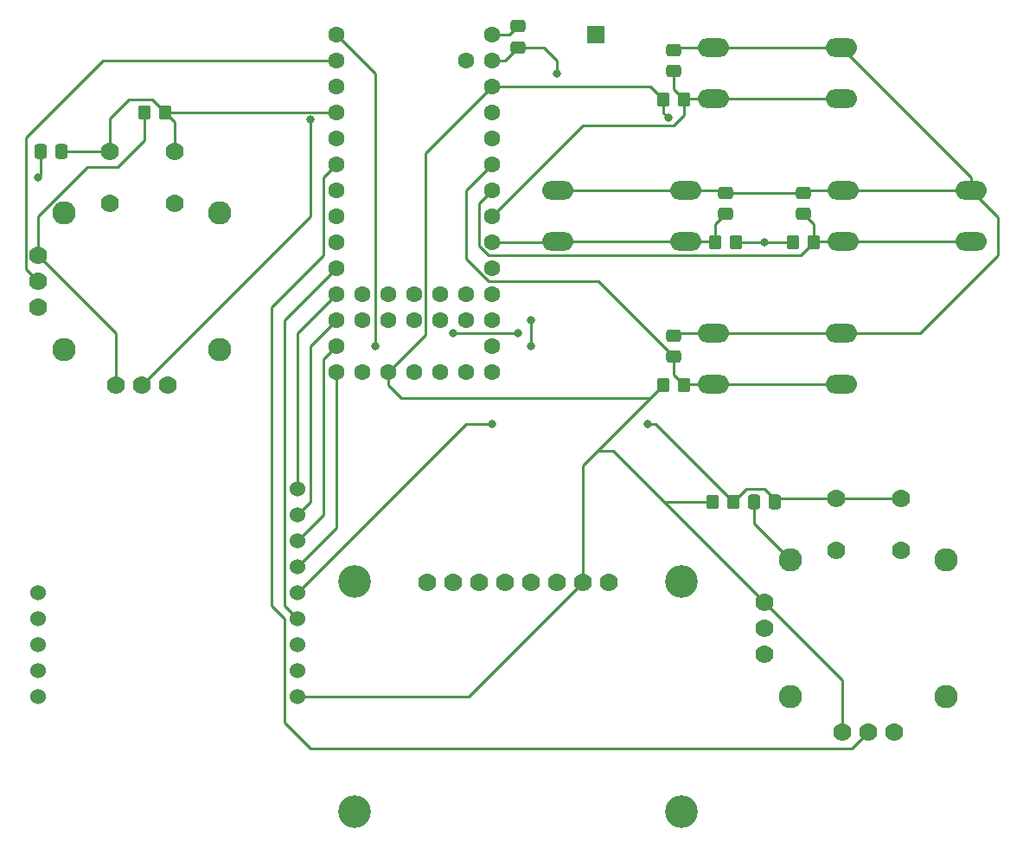
<source format=gbr>
%TF.GenerationSoftware,KiCad,Pcbnew,(6.0.7-1)-1*%
%TF.CreationDate,2023-03-26T15:29:42-04:00*%
%TF.ProjectId,RC_PCB,52435f50-4342-42e6-9b69-6361645f7063,rev?*%
%TF.SameCoordinates,Original*%
%TF.FileFunction,Copper,L1,Top*%
%TF.FilePolarity,Positive*%
%FSLAX46Y46*%
G04 Gerber Fmt 4.6, Leading zero omitted, Abs format (unit mm)*
G04 Created by KiCad (PCBNEW (6.0.7-1)-1) date 2023-03-26 15:29:42*
%MOMM*%
%LPD*%
G01*
G04 APERTURE LIST*
G04 Aperture macros list*
%AMRoundRect*
0 Rectangle with rounded corners*
0 $1 Rounding radius*
0 $2 $3 $4 $5 $6 $7 $8 $9 X,Y pos of 4 corners*
0 Add a 4 corners polygon primitive as box body*
4,1,4,$2,$3,$4,$5,$6,$7,$8,$9,$2,$3,0*
0 Add four circle primitives for the rounded corners*
1,1,$1+$1,$2,$3*
1,1,$1+$1,$4,$5*
1,1,$1+$1,$6,$7*
1,1,$1+$1,$8,$9*
0 Add four rect primitives between the rounded corners*
20,1,$1+$1,$2,$3,$4,$5,0*
20,1,$1+$1,$4,$5,$6,$7,0*
20,1,$1+$1,$6,$7,$8,$9,0*
20,1,$1+$1,$8,$9,$2,$3,0*%
G04 Aperture macros list end*
%TA.AperFunction,ComponentPad*%
%ADD10C,1.778000*%
%TD*%
%TA.AperFunction,ComponentPad*%
%ADD11C,3.200000*%
%TD*%
%TA.AperFunction,SMDPad,CuDef*%
%ADD12RoundRect,0.250000X0.475000X-0.337500X0.475000X0.337500X-0.475000X0.337500X-0.475000X-0.337500X0*%
%TD*%
%TA.AperFunction,SMDPad,CuDef*%
%ADD13RoundRect,0.250000X0.337500X0.475000X-0.337500X0.475000X-0.337500X-0.475000X0.337500X-0.475000X0*%
%TD*%
%TA.AperFunction,SMDPad,CuDef*%
%ADD14RoundRect,0.250000X-0.350000X-0.450000X0.350000X-0.450000X0.350000X0.450000X-0.350000X0.450000X0*%
%TD*%
%TA.AperFunction,ComponentPad*%
%ADD15R,1.700000X1.700000*%
%TD*%
%TA.AperFunction,ComponentPad*%
%ADD16O,3.048000X1.850000*%
%TD*%
%TA.AperFunction,SMDPad,CuDef*%
%ADD17RoundRect,0.250000X-0.475000X0.337500X-0.475000X-0.337500X0.475000X-0.337500X0.475000X0.337500X0*%
%TD*%
%TA.AperFunction,ComponentPad*%
%ADD18C,2.286000*%
%TD*%
%TA.AperFunction,SMDPad,CuDef*%
%ADD19RoundRect,0.250000X0.350000X0.450000X-0.350000X0.450000X-0.350000X-0.450000X0.350000X-0.450000X0*%
%TD*%
%TA.AperFunction,ComponentPad*%
%ADD20C,1.524000*%
%TD*%
%TA.AperFunction,ComponentPad*%
%ADD21C,1.600000*%
%TD*%
%TA.AperFunction,ViaPad*%
%ADD22C,0.800000*%
%TD*%
%TA.AperFunction,Conductor*%
%ADD23C,0.250000*%
%TD*%
G04 APERTURE END LIST*
D10*
%TO.P,U3,1,SDA*%
%TO.N,/OLED_SDA*%
X148590000Y-105660000D03*
%TO.P,U3,2,SCL*%
%TO.N,/OLED_SCL*%
X151130000Y-105660000D03*
%TO.P,U3,3,DC*%
%TO.N,unconnected-(U3-Pad3)*%
X153670000Y-105660000D03*
%TO.P,U3,4,RST*%
%TO.N,unconnected-(U3-Pad4)*%
X156210000Y-105660000D03*
%TO.P,U3,5,CS*%
%TO.N,unconnected-(U3-Pad5)*%
X158750000Y-105660000D03*
%TO.P,U3,6,3.3V*%
%TO.N,unconnected-(U3-Pad6)*%
X161290000Y-105660000D03*
%TO.P,U3,7,VIN*%
%TO.N,+3V3*%
X163830000Y-105660000D03*
%TO.P,U3,8,GND*%
%TO.N,GND*%
X166370000Y-105660000D03*
D11*
%TO.P,U3,P$1*%
%TO.N,N/C*%
X173480000Y-128090000D03*
X173480000Y-105590000D03*
X141480000Y-105590000D03*
X141480000Y-128090000D03*
%TD*%
D12*
%TO.P,C2,1*%
%TO.N,/BTN_LEFT*%
X177800000Y-69617500D03*
%TO.P,C2,2*%
%TO.N,GND*%
X177800000Y-67542500D03*
%TD*%
D13*
%TO.P,C6,1*%
%TO.N,/JOY_LEFT_BTN*%
X112797500Y-63500000D03*
%TO.P,C6,2*%
%TO.N,GND*%
X110722500Y-63500000D03*
%TD*%
D14*
%TO.P,R5,1*%
%TO.N,+3V3*%
X120920000Y-59690000D03*
%TO.P,R5,2*%
%TO.N,/JOY_LEFT_BTN*%
X122920000Y-59690000D03*
%TD*%
D15*
%TO.P,JT1,1,Pin_1*%
%TO.N,Net-(JT1-Pad1)*%
X165100000Y-52070000D03*
%TD*%
D12*
%TO.P,C5,1*%
%TO.N,/BTN_DOWN*%
X172720000Y-83587500D03*
%TO.P,C5,2*%
%TO.N,GND*%
X172720000Y-81512500D03*
%TD*%
D16*
%TO.P,SW4,1,1*%
%TO.N,GND*%
X176640000Y-81320000D03*
X189140000Y-81320000D03*
%TO.P,SW4,2,2*%
%TO.N,/BTN_DOWN*%
X189140000Y-86320000D03*
X176640000Y-86320000D03*
%TD*%
D17*
%TO.P,C4,1*%
%TO.N,+5V*%
X157480000Y-51265000D03*
%TO.P,C4,2*%
%TO.N,GND*%
X157480000Y-53340000D03*
%TD*%
D12*
%TO.P,C3,1*%
%TO.N,/BTN_RIGHT*%
X185420000Y-69617500D03*
%TO.P,C3,2*%
%TO.N,GND*%
X185420000Y-67542500D03*
%TD*%
D10*
%TO.P,U4,B1A,SEL+*%
%TO.N,/JOY_LEFT_BTN*%
X117475000Y-63500000D03*
%TO.P,U4,B1B*%
X123825000Y-63500000D03*
%TO.P,U4,B2A,SEL-*%
%TO.N,GND*%
X117475000Y-68580000D03*
%TO.P,U4,B2B*%
X123825000Y-68580000D03*
%TO.P,U4,H1,H+*%
%TO.N,+3V3*%
X118110000Y-86360000D03*
%TO.P,U4,H2,H*%
%TO.N,/JOY_LEFT_H*%
X120650000Y-86360000D03*
%TO.P,U4,H3,H-*%
%TO.N,GND*%
X123190000Y-86360000D03*
D18*
%TO.P,U4,S1,SHIELD*%
X113030000Y-69532500D03*
%TO.P,U4,S2,SHIELD*%
X113030000Y-82867500D03*
%TO.P,U4,S3,SHIELD*%
X128270000Y-82867500D03*
%TO.P,U4,S4,SHIELD*%
X128270000Y-69532500D03*
D10*
%TO.P,U4,V1,V+*%
%TO.N,+3V3*%
X110490000Y-73660000D03*
%TO.P,U4,V2,V*%
%TO.N,/JOY_LEFT_V*%
X110490000Y-76200000D03*
%TO.P,U4,V3,V-*%
%TO.N,GND*%
X110490000Y-78740000D03*
%TD*%
D16*
%TO.P,SW2,1,1*%
%TO.N,GND*%
X161400000Y-67350000D03*
X173900000Y-67350000D03*
%TO.P,SW2,2,2*%
%TO.N,/BTN_LEFT*%
X161400000Y-72350000D03*
X173900000Y-72350000D03*
%TD*%
%TO.P,SW3,1,1*%
%TO.N,GND*%
X201840000Y-67350000D03*
X189340000Y-67350000D03*
%TO.P,SW3,2,2*%
%TO.N,/BTN_RIGHT*%
X201840000Y-72350000D03*
X189340000Y-72350000D03*
%TD*%
D10*
%TO.P,U5,B1A,SEL+*%
%TO.N,/JOY_RIGHT_BTN*%
X188595000Y-97472500D03*
%TO.P,U5,B1B*%
X194945000Y-97472500D03*
%TO.P,U5,B2A,SEL-*%
%TO.N,GND*%
X188595000Y-102552500D03*
%TO.P,U5,B2B*%
X194945000Y-102552500D03*
%TO.P,U5,H1,H+*%
%TO.N,+3V3*%
X189230000Y-120332500D03*
%TO.P,U5,H2,H*%
%TO.N,/JOY_RIGHT_H*%
X191770000Y-120332500D03*
%TO.P,U5,H3,H-*%
%TO.N,GND*%
X194310000Y-120332500D03*
D18*
%TO.P,U5,S1,SHIELD*%
X184150000Y-103505000D03*
%TO.P,U5,S2,SHIELD*%
X184150000Y-116840000D03*
%TO.P,U5,S3,SHIELD*%
X199390000Y-116840000D03*
%TO.P,U5,S4,SHIELD*%
X199390000Y-103505000D03*
D10*
%TO.P,U5,V1,V+*%
%TO.N,+3V3*%
X181610000Y-107632500D03*
%TO.P,U5,V2,V*%
%TO.N,/JOY_RIGHT_V*%
X181610000Y-110172500D03*
%TO.P,U5,V3,V-*%
%TO.N,GND*%
X181610000Y-112712500D03*
%TD*%
D16*
%TO.P,SW1,1,1*%
%TO.N,GND*%
X176640000Y-53380000D03*
X189140000Y-53380000D03*
%TO.P,SW1,2,2*%
%TO.N,/BTN_UP*%
X176640000Y-58380000D03*
X189140000Y-58380000D03*
%TD*%
D19*
%TO.P,R2,1*%
%TO.N,+3V3*%
X178800000Y-72390000D03*
%TO.P,R2,2*%
%TO.N,/BTN_LEFT*%
X176800000Y-72390000D03*
%TD*%
D20*
%TO.P,U1,1,VIN*%
%TO.N,+3V3*%
X135890000Y-116840000D03*
%TO.P,U1,2,GND*%
%TO.N,GND*%
X135890000Y-114300000D03*
%TO.P,U1,3,EN*%
%TO.N,unconnected-(U1-Pad3)*%
X135890000Y-111760000D03*
%TO.P,U1,4,G0*%
%TO.N,/LORA_INT*%
X135890000Y-109220000D03*
%TO.P,U1,5,SCK*%
%TO.N,/LORA_SCK*%
X135890000Y-106680000D03*
%TO.P,U1,6,MISO*%
%TO.N,/LORA_MISO*%
X135890000Y-104140000D03*
%TO.P,U1,7,MOSI*%
%TO.N,/LORA_MOSI*%
X135890000Y-101600000D03*
%TO.P,U1,8,CS*%
%TO.N,/LORA_CS*%
X135890000Y-99060000D03*
%TO.P,U1,9,RST*%
%TO.N,/LORA_RST*%
X135890000Y-96520000D03*
%TO.P,U1,10,G1*%
%TO.N,unconnected-(U1-Pad10)*%
X110490000Y-116840000D03*
%TO.P,U1,11,G2*%
%TO.N,unconnected-(U1-Pad11)*%
X110490000Y-114300000D03*
%TO.P,U1,12,G3*%
%TO.N,unconnected-(U1-Pad12)*%
X110490000Y-111760000D03*
%TO.P,U1,13,G4*%
%TO.N,unconnected-(U1-Pad13)*%
X110490000Y-109220000D03*
%TO.P,U1,14,G5*%
%TO.N,unconnected-(U1-Pad14)*%
X110490000Y-106680000D03*
%TD*%
D13*
%TO.P,C7,1*%
%TO.N,/JOY_RIGHT_BTN*%
X182647500Y-97790000D03*
%TO.P,C7,2*%
%TO.N,GND*%
X180572500Y-97790000D03*
%TD*%
D21*
%TO.P,U2,1,GND*%
%TO.N,GND*%
X139700000Y-52070000D03*
%TO.P,U2,2,0_RX1_CRX2_CS1*%
%TO.N,/JOY_LEFT_V*%
X139700000Y-54610000D03*
%TO.P,U2,3,1_TX1_CTX2_MISO1*%
%TO.N,/JOY_LEFT_H*%
X139700000Y-57150000D03*
%TO.P,U2,4,2_OUT2*%
%TO.N,/JOY_LEFT_BTN*%
X139700000Y-59690000D03*
%TO.P,U2,5,3_LRCLK2*%
%TO.N,/JOY_RIGHT_V*%
X139700000Y-62230000D03*
%TO.P,U2,6,4_BCLK2*%
%TO.N,/JOY_RIGHT_H*%
X139700000Y-64770000D03*
%TO.P,U2,7,5_IN2*%
%TO.N,/JOY_RIGHT_BTN*%
X139700000Y-67310000D03*
%TO.P,U2,8,6_OUT1D*%
%TO.N,unconnected-(U2-Pad8)*%
X139700000Y-69850000D03*
%TO.P,U2,9,7_RX2_OUT1A*%
%TO.N,unconnected-(U2-Pad9)*%
X139700000Y-72390000D03*
%TO.P,U2,10,8_TX2_IN1*%
%TO.N,/LORA_INT*%
X139700000Y-74930000D03*
%TO.P,U2,11,9_OUT1C*%
%TO.N,/LORA_RST*%
X139700000Y-77470000D03*
%TO.P,U2,12,10_CS_MQSR*%
%TO.N,/LORA_CS*%
X139700000Y-80010000D03*
%TO.P,U2,13,11_MOSI_CTX1*%
%TO.N,/LORA_MOSI*%
X139700000Y-82550000D03*
%TO.P,U2,14,12_MISO_MQSL*%
%TO.N,/LORA_MISO*%
X139700000Y-85090000D03*
%TO.P,U2,15,VBAT*%
%TO.N,unconnected-(U2-Pad15)*%
X142240000Y-85090000D03*
%TO.P,U2,16,3V3*%
%TO.N,+3V3*%
X144780000Y-85090000D03*
%TO.P,U2,17,GND*%
%TO.N,GND*%
X147320000Y-85090000D03*
%TO.P,U2,18,PROGRAM*%
%TO.N,unconnected-(U2-Pad18)*%
X149860000Y-85090000D03*
%TO.P,U2,19,ON_OFF*%
%TO.N,unconnected-(U2-Pad19)*%
X152400000Y-85090000D03*
%TO.P,U2,20,13_SCK_CRX1_LED*%
%TO.N,/LORA_SCK*%
X154940000Y-85090000D03*
%TO.P,U2,21,14_A0_TX3_SPDIF_OUT*%
%TO.N,unconnected-(U2-Pad21)*%
X154940000Y-82550000D03*
%TO.P,U2,22,15_A1_RX3_SPDIF_IN*%
%TO.N,unconnected-(U2-Pad22)*%
X154940000Y-80010000D03*
%TO.P,U2,23,16_A2_RX4_SCL1*%
%TO.N,/OLED_SDA*%
X154940000Y-77470000D03*
%TO.P,U2,24,17_A3_TX4_SDA1*%
%TO.N,/OLED_SCL*%
X154940000Y-74930000D03*
%TO.P,U2,25,18_A4_SDA0*%
%TO.N,/BTN_LEFT*%
X154940000Y-72390000D03*
%TO.P,U2,26,19_A5_SCL0*%
%TO.N,/BTN_UP*%
X154940000Y-69850000D03*
%TO.P,U2,27,20_A6_TX5_LRCLK1*%
%TO.N,/BTN_RIGHT*%
X154940000Y-67310000D03*
%TO.P,U2,28,21_A7_RX5_BCLK1*%
%TO.N,/BTN_DOWN*%
X154940000Y-64770000D03*
%TO.P,U2,29,22_A8_CTX1*%
%TO.N,unconnected-(U2-Pad29)*%
X154940000Y-62230000D03*
%TO.P,U2,30,23_A9_CRX1_MCLK1*%
%TO.N,unconnected-(U2-Pad30)*%
X154940000Y-59690000D03*
%TO.P,U2,31,3V3*%
%TO.N,+3V3*%
X154940000Y-57150000D03*
%TO.P,U2,32,GND*%
%TO.N,GND*%
X154940000Y-54610000D03*
%TO.P,U2,33,VIN*%
%TO.N,+5V*%
X154940000Y-52070000D03*
%TO.P,U2,34,VUSB*%
%TO.N,Net-(JT1-Pad1)*%
X152400000Y-54610000D03*
%TO.P,U2,35,24_A10_TX6_SCL2*%
%TO.N,unconnected-(U2-Pad35)*%
X152400000Y-80010000D03*
%TO.P,U2,36,25_A11_RX6_SDA2*%
%TO.N,unconnected-(U2-Pad36)*%
X152400000Y-77470000D03*
%TO.P,U2,37,26_A12_MOSI1*%
%TO.N,unconnected-(U2-Pad37)*%
X149860000Y-80010000D03*
%TO.P,U2,38,27_A13_SCK1*%
%TO.N,unconnected-(U2-Pad38)*%
X149860000Y-77470000D03*
%TO.P,U2,39,28_RX7*%
%TO.N,unconnected-(U2-Pad39)*%
X147320000Y-80010000D03*
%TO.P,U2,40,29_TX7*%
%TO.N,unconnected-(U2-Pad40)*%
X147320000Y-77470000D03*
%TO.P,U2,41,30_CRX3*%
%TO.N,unconnected-(U2-Pad41)*%
X144780000Y-80010000D03*
%TO.P,U2,42,31_CTX3*%
%TO.N,unconnected-(U2-Pad42)*%
X144780000Y-77470000D03*
%TO.P,U2,43,32_OUT1B*%
%TO.N,unconnected-(U2-Pad43)*%
X142240000Y-80010000D03*
%TO.P,U2,44,33_MCLK2*%
%TO.N,unconnected-(U2-Pad44)*%
X142240000Y-77470000D03*
%TD*%
D14*
%TO.P,R4,1*%
%TO.N,+3V3*%
X171720000Y-86360000D03*
%TO.P,R4,2*%
%TO.N,/BTN_DOWN*%
X173720000Y-86360000D03*
%TD*%
D12*
%TO.P,C1,1*%
%TO.N,/BTN_UP*%
X172720000Y-55647500D03*
%TO.P,C1,2*%
%TO.N,GND*%
X172720000Y-53572500D03*
%TD*%
D14*
%TO.P,R6,1*%
%TO.N,+3V3*%
X176530000Y-97790000D03*
%TO.P,R6,2*%
%TO.N,/JOY_RIGHT_BTN*%
X178530000Y-97790000D03*
%TD*%
%TO.P,R3,1*%
%TO.N,+3V3*%
X184420000Y-72390000D03*
%TO.P,R3,2*%
%TO.N,/BTN_RIGHT*%
X186420000Y-72390000D03*
%TD*%
%TO.P,R1,1*%
%TO.N,+3V3*%
X171720000Y-58420000D03*
%TO.P,R1,2*%
%TO.N,/BTN_UP*%
X173720000Y-58420000D03*
%TD*%
D22*
%TO.N,+3V3*%
X172207700Y-60235500D03*
X181610000Y-72390000D03*
%TO.N,GND*%
X110490000Y-66040000D03*
X161290000Y-55880000D03*
X143510000Y-82550000D03*
%TO.N,/LORA_SCK*%
X154940000Y-90170000D03*
%TO.N,/JOY_LEFT_H*%
X137160000Y-60414500D03*
%TO.N,/JOY_RIGHT_V*%
X158750000Y-80010000D03*
X158750000Y-82550000D03*
%TO.N,/JOY_RIGHT_BTN*%
X157480000Y-81280000D03*
X151130000Y-81280000D03*
X170180000Y-90170000D03*
%TD*%
D23*
%TO.N,+3V3*%
X120920000Y-62445023D02*
X120920000Y-59690000D01*
X171720000Y-58420000D02*
X171720000Y-59747800D01*
X163830000Y-94250000D02*
X165235000Y-92845000D01*
X110490000Y-73660000D02*
X110490000Y-69850000D01*
X165235000Y-92845000D02*
X170450000Y-87630000D01*
X144780000Y-86360000D02*
X144780000Y-85090000D01*
X171720000Y-86360000D02*
X170450000Y-87630000D01*
X146050000Y-87630000D02*
X144780000Y-86360000D01*
X118320001Y-65045022D02*
X120920000Y-62445023D01*
X166822500Y-92845000D02*
X165235000Y-92845000D01*
X189230000Y-115252500D02*
X181610000Y-107632500D01*
X176530000Y-97790000D02*
X171767500Y-97790000D01*
X135890000Y-116840000D02*
X152650000Y-116840000D01*
X144780000Y-85090000D02*
X148445000Y-81425000D01*
X171608750Y-97631250D02*
X166822500Y-92845000D01*
X110490000Y-69850000D02*
X115294978Y-65045022D01*
X148445000Y-63645000D02*
X154940000Y-57150000D01*
X163830000Y-105660000D02*
X163830000Y-94250000D01*
X181610000Y-72390000D02*
X178800000Y-72390000D01*
X171720000Y-59747800D02*
X172207700Y-60235500D01*
X171767500Y-97790000D02*
X171608750Y-97631250D01*
X152650000Y-116840000D02*
X163830000Y-105660000D01*
X170450000Y-87630000D02*
X146050000Y-87630000D01*
X115294978Y-65045022D02*
X118320001Y-65045022D01*
X189230000Y-120332500D02*
X189230000Y-115252500D01*
X181610000Y-107632500D02*
X171608750Y-97631250D01*
X118110000Y-81280000D02*
X118110000Y-86360000D01*
X170450000Y-57150000D02*
X171720000Y-58420000D01*
X184420000Y-72390000D02*
X181610000Y-72390000D01*
X110490000Y-73660000D02*
X118110000Y-81280000D01*
X148445000Y-81425000D02*
X148445000Y-63645000D01*
X154940000Y-57150000D02*
X170450000Y-57150000D01*
%TO.N,GND*%
X156210000Y-54610000D02*
X157480000Y-53340000D01*
X177607500Y-67350000D02*
X173900000Y-67350000D01*
X196810000Y-81320000D02*
X204470000Y-73660000D01*
X177800000Y-67542500D02*
X177607500Y-67350000D01*
X143510000Y-82550000D02*
X143510000Y-55880000D01*
X201840000Y-67350000D02*
X201840000Y-66080000D01*
X176640000Y-53380000D02*
X189140000Y-53380000D01*
X143510000Y-55880000D02*
X139700000Y-52070000D01*
X110722500Y-63500000D02*
X110722500Y-65807500D01*
X204470000Y-69980000D02*
X201840000Y-67350000D01*
X201840000Y-66080000D02*
X189140000Y-53380000D01*
X154940000Y-54610000D02*
X156210000Y-54610000D01*
X172912500Y-53380000D02*
X176640000Y-53380000D01*
X172720000Y-81512500D02*
X172912500Y-81320000D01*
X189340000Y-67350000D02*
X201840000Y-67350000D01*
X185420000Y-67542500D02*
X185612500Y-67350000D01*
X173900000Y-67350000D02*
X161400000Y-67350000D01*
X177800000Y-67542500D02*
X185420000Y-67542500D01*
X185612500Y-67350000D02*
X189340000Y-67350000D01*
X176640000Y-81320000D02*
X189140000Y-81320000D01*
X157480000Y-53340000D02*
X160020000Y-53340000D01*
X172912500Y-81320000D02*
X176640000Y-81320000D01*
X184150000Y-103505000D02*
X180572500Y-99927500D01*
X189140000Y-81320000D02*
X196810000Y-81320000D01*
X172720000Y-53572500D02*
X172912500Y-53380000D01*
X204470000Y-73660000D02*
X204470000Y-69980000D01*
X180572500Y-99927500D02*
X180572500Y-97790000D01*
X110722500Y-65807500D02*
X110490000Y-66040000D01*
X161290000Y-54610000D02*
X161290000Y-55880000D01*
X160020000Y-53340000D02*
X161290000Y-54610000D01*
%TO.N,+5V*%
X156675000Y-52070000D02*
X157480000Y-51265000D01*
X154940000Y-52070000D02*
X156675000Y-52070000D01*
%TO.N,/LORA_INT*%
X135890000Y-109220000D02*
X134620000Y-107950000D01*
X134620000Y-80010000D02*
X139700000Y-74930000D01*
X134620000Y-107950000D02*
X134620000Y-80010000D01*
%TO.N,/LORA_SCK*%
X152400000Y-90170000D02*
X135890000Y-106680000D01*
X154940000Y-90170000D02*
X152400000Y-90170000D01*
%TO.N,/LORA_MISO*%
X135890000Y-104140000D02*
X139700000Y-100330000D01*
X139700000Y-100330000D02*
X139700000Y-85090000D01*
%TO.N,/LORA_MOSI*%
X135890000Y-101600000D02*
X138430000Y-99060000D01*
X138430000Y-99060000D02*
X138430000Y-83820000D01*
X138430000Y-83820000D02*
X139700000Y-82550000D01*
%TO.N,/LORA_CS*%
X137160000Y-82550000D02*
X137160000Y-97790000D01*
X137160000Y-97790000D02*
X135890000Y-99060000D01*
X139700000Y-80010000D02*
X137160000Y-82550000D01*
%TO.N,/LORA_RST*%
X135890000Y-81280000D02*
X139700000Y-77470000D01*
X135890000Y-96520000D02*
X135890000Y-81280000D01*
%TO.N,/JOY_LEFT_V*%
X109276000Y-74986000D02*
X109276000Y-62174000D01*
X109276000Y-62174000D02*
X116840000Y-54610000D01*
X116840000Y-54610000D02*
X139700000Y-54610000D01*
X110490000Y-76200000D02*
X109276000Y-74986000D01*
%TO.N,/JOY_LEFT_H*%
X137160000Y-69850000D02*
X137160000Y-60414500D01*
X120650000Y-86360000D02*
X137160000Y-69850000D01*
%TO.N,/JOY_LEFT_BTN*%
X123825000Y-63500000D02*
X123825000Y-60595000D01*
X123825000Y-60595000D02*
X122920000Y-59690000D01*
X121650000Y-58420000D02*
X122920000Y-59690000D01*
X119380000Y-58420000D02*
X121650000Y-58420000D01*
X117475000Y-63500000D02*
X117475000Y-60325000D01*
X122920000Y-59690000D02*
X139700000Y-59690000D01*
X112797500Y-63500000D02*
X117475000Y-63500000D01*
X117475000Y-60325000D02*
X119380000Y-58420000D01*
%TO.N,/JOY_RIGHT_V*%
X158750000Y-82550000D02*
X158750000Y-80010000D01*
%TO.N,/JOY_RIGHT_H*%
X133350000Y-107950000D02*
X133350000Y-78740000D01*
X138430000Y-73660000D02*
X138430000Y-66040000D01*
X133350000Y-78740000D02*
X138430000Y-73660000D01*
X190182500Y-121920000D02*
X137160000Y-121920000D01*
X137160000Y-121920000D02*
X134620000Y-119380000D01*
X138430000Y-66040000D02*
X139700000Y-64770000D01*
X191770000Y-120332500D02*
X190182500Y-121920000D01*
X134620000Y-109220000D02*
X133350000Y-107950000D01*
X134620000Y-119380000D02*
X134620000Y-109220000D01*
%TO.N,/JOY_RIGHT_BTN*%
X157480000Y-81280000D02*
X151130000Y-81280000D01*
X179800000Y-96520000D02*
X181610000Y-96520000D01*
X182647500Y-97557500D02*
X182647500Y-97790000D01*
X181610000Y-96520000D02*
X182647500Y-97557500D01*
X194945000Y-97472500D02*
X188595000Y-97472500D01*
X188595000Y-97472500D02*
X182965000Y-97472500D01*
X178530000Y-97790000D02*
X179800000Y-96520000D01*
X182965000Y-97472500D02*
X182647500Y-97790000D01*
X178530000Y-97790000D02*
X170910000Y-90170000D01*
X170910000Y-90170000D02*
X170180000Y-90170000D01*
%TO.N,/BTN_UP*%
X172720000Y-57420000D02*
X173720000Y-58420000D01*
X173720000Y-58420000D02*
X173760000Y-58380000D01*
X176640000Y-58380000D02*
X189140000Y-58380000D01*
X172720000Y-60960000D02*
X173720000Y-59960000D01*
X154940000Y-69850000D02*
X163830000Y-60960000D01*
X173760000Y-58380000D02*
X176640000Y-58380000D01*
X163830000Y-60960000D02*
X172720000Y-60960000D01*
X172720000Y-55647500D02*
X172720000Y-57420000D01*
X173720000Y-59960000D02*
X173720000Y-58420000D01*
%TO.N,/BTN_LEFT*%
X176800000Y-70617500D02*
X177800000Y-69617500D01*
X173900000Y-72350000D02*
X176760000Y-72350000D01*
X161400000Y-72350000D02*
X173900000Y-72350000D01*
X176800000Y-72390000D02*
X176800000Y-70617500D01*
X176760000Y-72350000D02*
X176800000Y-72390000D01*
X161360000Y-72390000D02*
X161400000Y-72350000D01*
X154940000Y-72390000D02*
X161360000Y-72390000D01*
%TO.N,/BTN_RIGHT*%
X186420000Y-70617500D02*
X185420000Y-69617500D01*
X153670000Y-68580000D02*
X153670000Y-72710991D01*
X186460000Y-72350000D02*
X186420000Y-72390000D01*
X189340000Y-72350000D02*
X186460000Y-72350000D01*
X185150000Y-73660000D02*
X186420000Y-72390000D01*
X154619009Y-73660000D02*
X185150000Y-73660000D01*
X189340000Y-72350000D02*
X201840000Y-72350000D01*
X154940000Y-67310000D02*
X153670000Y-68580000D01*
X186420000Y-72390000D02*
X186420000Y-70617500D01*
X153670000Y-72710991D02*
X154619009Y-73660000D01*
%TO.N,/BTN_DOWN*%
X154619009Y-76200000D02*
X165332500Y-76200000D01*
X154940000Y-64770000D02*
X152400000Y-67310000D01*
X173760000Y-86320000D02*
X176640000Y-86320000D01*
X172720000Y-83587500D02*
X172720000Y-85360000D01*
X165332500Y-76200000D02*
X172720000Y-83587500D01*
X172720000Y-85360000D02*
X173720000Y-86360000D01*
X176640000Y-86320000D02*
X189140000Y-86320000D01*
X173720000Y-86360000D02*
X173760000Y-86320000D01*
X152400000Y-73980991D02*
X154619009Y-76200000D01*
X152400000Y-67310000D02*
X152400000Y-73980991D01*
%TD*%
M02*

</source>
